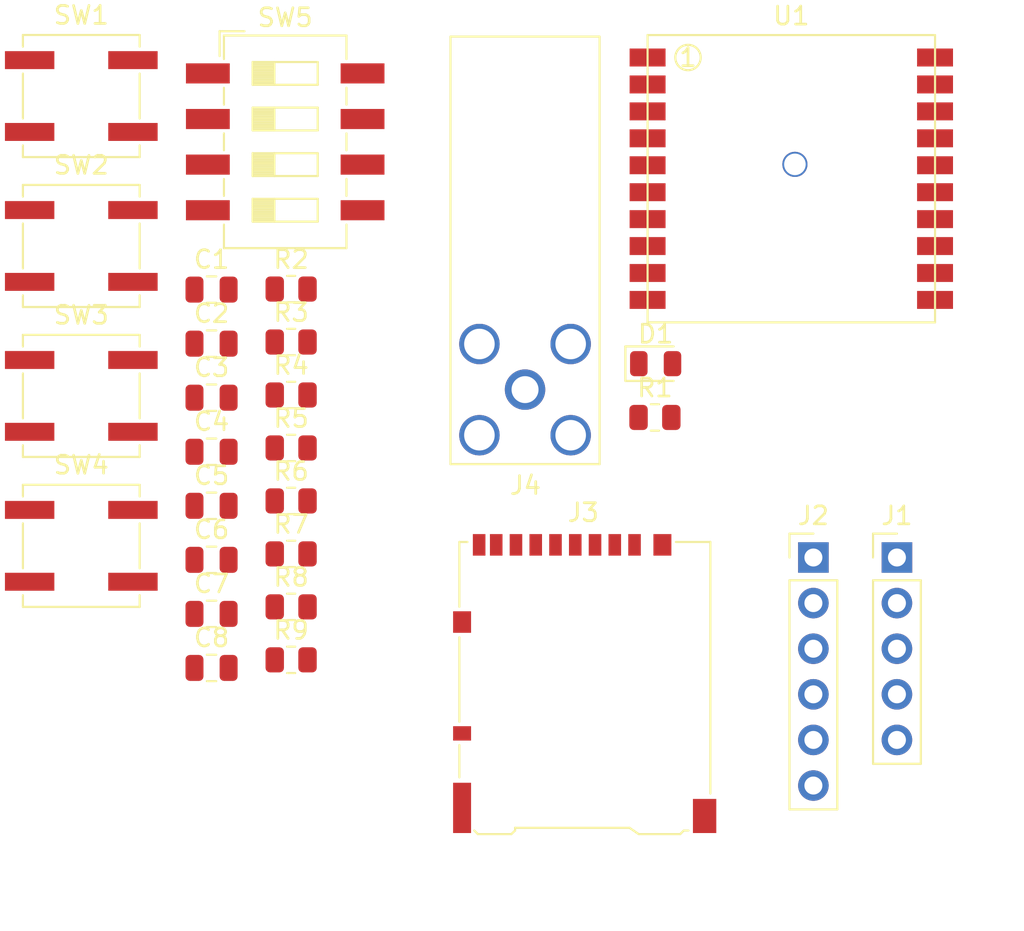
<source format=kicad_pcb>
(kicad_pcb (version 20221018) (generator pcbnew)
  (layers (0 "F.Cu" signal) (31 "B.Cu" signal) (34 "B.Paste" user) (35 "F.Paste" user) (36 "B.SilkS" user "B.Silkscreen") (37 "F.SilkS" user "F.Silkscreen") (38 "B.Mask" user) (39 "F.Mask" user) (44 "Edge.Cuts" user))
  (net 0 "")
  (net 1 "/PD15")
  (net 2 "GND")
  (net 3 "/PG2")
  (net 4 "/PG3")
  (net 5 "/PG4")
  (net 6 "/PG5")
  (net 7 "/PG6")
  (net 8 "/PG7")
  (net 9 "/PG8")
  (net 10 "Net-(D1-A)")
  (net 11 "/USART3_TX")
  (net 12 "/USART3_RX")
  (net 13 "/PD10")
  (net 14 "/PD11")
  (net 15 "/SPI5_CS")
  (net 16 "/SPI5_MOSI")
  (net 17 "/SPI5_CLK")
  (net 18 "/SPI5_MISO")
  (net 19 "/SD_DET")
  (net 21 "+3.3V")
  (net 24 "Net-(J4-In)")
  (net 25 "Net-(R2-Pad2)")
  (net 26 "Net-(R3-Pad2)")
  (net 27 "Net-(R4-Pad2)")
  (net 28 "Net-(R5-Pad2)")
  (net 29 "Net-(R6-Pad2)")
  (net 30 "Net-(R7-Pad2)")
  (net 31 "Net-(R8-Pad2)")
  (net 32 "Net-(R9-Pad2)")
  (net 34 "+BATT")
  (footprint "Capacitor_SMD:C_0805_2012Metric" (layer "F.Cu") (at 128.85 93.95)
    (fp_text reference "C4" (at 0 -1.68) (layer "F.SilkS"))
    (fp_text value ".1u")
    (fp_line (start -0.261252 -0.735) (end 0.261252 -0.735) (stroke (width 0.12)) (layer "F.SilkS"))
    (fp_line (start -0.261252 0.735) (end 0.261252 0.735) (stroke (width 0.12)) (layer "F.SilkS"))
    (pad "1" smd roundrect (at -0.95 0) (size 1 1.45) (layers "F.Cu" "F.Paste" "F.Mask") (net 5 "/PG4"))
    (pad "2" smd roundrect (at 0.95 0) (size 1 1.45) (layers "F.Cu" "F.Paste" "F.Mask") (net 2 "GND"))
  )
  (footprint "Capacitor_SMD:C_0805_2012Metric" (layer "F.Cu") (at 128.85 87.93)
    (fp_text reference "C2" (at 0 -1.68) (layer "F.SilkS"))
    (fp_text value ".1u")
    (fp_line (start -0.261252 -0.735) (end 0.261252 -0.735) (stroke (width 0.12)) (layer "F.SilkS"))
    (fp_line (start -0.261252 0.735) (end 0.261252 0.735) (stroke (width 0.12)) (layer "F.SilkS"))
    (pad "1" smd roundrect (at -0.95 0) (size 1 1.45) (layers "F.Cu" "F.Paste" "F.Mask") (net 3 "/PG2"))
    (pad "2" smd roundrect (at 0.95 0) (size 1 1.45) (layers "F.Cu" "F.Paste" "F.Mask") (net 2 "GND"))
  )
  (footprint "Connector_PinHeader_2.54mm:PinHeader_1x06_P2.54mm_Vertical" (layer "F.Cu") (at 162.35 99.84)
    (fp_text reference "J2" (at 0 -2.33) (layer "F.SilkS"))
    (fp_text value "SDCard_LogicAnalyzer")
    (fp_line (start -1.33 -1.33) (end 0 -1.33) (stroke (width 0.12)) (layer "F.SilkS"))
    (fp_line (start -1.33 0) (end -1.33 -1.33) (stroke (width 0.12)) (layer "F.SilkS"))
    (fp_line (start -1.33 1.27) (end -1.33 14.03) (stroke (width 0.12)) (layer "F.SilkS"))
    (fp_line (start -1.33 1.27) (end 1.33 1.27) (stroke (width 0.12)) (layer "F.SilkS"))
    (fp_line (start -1.33 14.03) (end 1.33 14.03) (stroke (width 0.12)) (layer "F.SilkS"))
    (fp_line (start 1.33 1.27) (end 1.33 14.03) (stroke (width 0.12)) (layer "F.SilkS"))
    (pad "1" thru_hole rect (at 0 0) (size 1.7 1.7) (drill 1) (layers "*.Cu" "*.Mask") (net 2 "GND"))
    (pad "2" thru_hole oval (at 0 2.54) (size 1.7 1.7) (drill 1) (layers "*.Cu" "*.Mask") (net 15 "/SPI5_CS"))
    (pad "3" thru_hole oval (at 0 5.08) (size 1.7 1.7) (drill 1) (layers "*.Cu" "*.Mask") (net 16 "/SPI5_MOSI"))
    (pad "4" thru_hole oval (at 0 7.62) (size 1.7 1.7) (drill 1) (layers "*.Cu" "*.Mask") (net 17 "/SPI5_CLK"))
    (pad "5" thru_hole oval (at 0 10.16) (size 1.7 1.7) (drill 1) (layers "*.Cu" "*.Mask") (net 18 "/SPI5_MISO"))
    (pad "6" thru_hole oval (at 0 12.7) (size 1.7 1.7) (drill 1) (layers "*.Cu" "*.Mask") (net 19 "/SD_DET"))
  )
  (footprint "Resistor_SMD:R_0805_2012Metric" (layer "F.Cu") (at 133.28 102.59)
    (fp_text reference "R8" (at 0 -1.65) (layer "F.SilkS"))
    (fp_text value "1k")
    (fp_line (start -0.227064 -0.735) (end 0.227064 -0.735) (stroke (width 0.12)) (layer "F.SilkS"))
    (fp_line (start -0.227064 0.735) (end 0.227064 0.735) (stroke (width 0.12)) (layer "F.SilkS"))
    (pad "1" smd roundrect (at -0.9125 0) (size 1.025 1.4) (layers "F.Cu" "F.Paste" "F.Mask") (roundrect_rratio 0.243902) (net 8 "/PG7"))
    (pad "2" smd roundrect (at 0.9125 0) (size 1.025 1.4) (layers "F.Cu" "F.Paste" "F.Mask") (roundrect_rratio 0.243902) (net 31 "Net-(R8-Pad2)"))
  )
  (footprint "Resistor_SMD:R_0805_2012Metric" (layer "F.Cu") (at 133.28 99.64)
    (fp_text reference "R7" (at 0 -1.65) (layer "F.SilkS"))
    (fp_text value "1k")
    (fp_line (start -0.227064 -0.735) (end 0.227064 -0.735) (stroke (width 0.12)) (layer "F.SilkS"))
    (fp_line (start -0.227064 0.735) (end 0.227064 0.735) (stroke (width 0.12)) (layer "F.SilkS"))
    (pad "1" smd roundrect (at -0.9125 0) (size 1.025 1.4) (layers "F.Cu" "F.Paste" "F.Mask") (roundrect_rratio 0.243902) (net 7 "/PG6"))
    (pad "2" smd roundrect (at 0.9125 0) (size 1.025 1.4) (layers "F.Cu" "F.Paste" "F.Mask") (roundrect_rratio 0.243902) (net 30 "Net-(R7-Pad2)"))
  )
  (footprint "Resistor_SMD:R_0805_2012Metric" (layer "F.Cu") (at 133.28 87.84)
    (fp_text reference "R3" (at 0 -1.65) (layer "F.SilkS"))
    (fp_text value "1k")
    (fp_line (start -0.227064 -0.735) (end 0.227064 -0.735) (stroke (width 0.12)) (layer "F.SilkS"))
    (fp_line (start -0.227064 0.735) (end 0.227064 0.735) (stroke (width 0.12)) (layer "F.SilkS"))
    (pad "1" smd roundrect (at -0.9125 0) (size 1.025 1.4) (layers "F.Cu" "F.Paste" "F.Mask") (roundrect_rratio 0.243902) (net 3 "/PG2"))
    (pad "2" smd roundrect (at 0.9125 0) (size 1.025 1.4) (layers "F.Cu" "F.Paste" "F.Mask") (roundrect_rratio 0.243902) (net 26 "Net-(R3-Pad2)"))
  )
  (footprint "UTSVT_Special:SW_SPST_B3SL-1002P" (layer "F.Cu") (at 121.6 82.49)
    (fp_text reference "SW2" (at 0 -4.5 180) (layer "F.SilkS"))
    (fp_text value "SW_Push" hide)
    (fp_line (start -3.25 -3.4) (end -3.25 -2.75) (stroke (width 0.12)) (layer "F.SilkS"))
    (fp_line (start -3.25 -1.25) (end -3.25 1.25) (stroke (width 0.12)) (layer "F.SilkS"))
    (fp_line (start -3.25 3.4) (end -3.25 2.75) (stroke (width 0.12)) (layer "F.SilkS"))
    (fp_line (start 3.25 -3.4) (end -3.25 -3.4) (stroke (width 0.12)) (layer "F.SilkS"))
    (fp_line (start 3.25 -2.75) (end 3.25 -3.4) (stroke (width 0.12)) (layer "F.SilkS"))
    (fp_line (start 3.25 -1.25) (end 3.25 1.25) (stroke (width 0.12)) (layer "F.SilkS"))
    (fp_line (start 3.25 2.75) (end 3.25 3.4) (stroke (width 0.12)) (layer "F.SilkS"))
    (fp_line (start 3.25 3.4) (end -3.25 3.4) (stroke (width 0.12)) (layer "F.SilkS"))
    (pad "1" smd rect (at -2.875 -2) (size 2.75 1) (layers "F.Cu" "F.Paste" "F.Mask") (net 2 "GND"))
    (pad "1" smd rect (at 2.875 -2) (size 2.75 1) (layers "F.Cu" "F.Paste" "F.Mask") (net 2 "GND"))
    (pad "2" smd rect (at -2.875 2) (size 2.75 1) (layers "F.Cu" "F.Paste" "F.Mask") (net 26 "Net-(R3-Pad2)"))
    (pad "2" smd rect (at 2.875 2) (size 2.75 1) (layers "F.Cu" "F.Paste" "F.Mask") (net 26 "Net-(R3-Pad2)"))
  )
  (footprint "Capacitor_SMD:C_0805_2012Metric" (layer "F.Cu") (at 128.85 84.92)
    (fp_text reference "C1" (at 0 -1.68) (layer "F.SilkS"))
    (fp_text value ".1u")
    (fp_line (start -0.261252 -0.735) (end 0.261252 -0.735) (stroke (width 0.12)) (layer "F.SilkS"))
    (fp_line (start -0.261252 0.735) (end 0.261252 0.735) (stroke (width 0.12)) (layer "F.SilkS"))
    (pad "1" smd roundrect (at -0.95 0) (size 1 1.45) (layers "F.Cu" "F.Paste" "F.Mask") (net 1 "/PD15"))
    (pad "2" smd roundrect (at 0.95 0) (size 1 1.45) (layers "F.Cu" "F.Paste" "F.Mask") (net 2 "GND"))
  )
  (footprint "UTSVT_Connectors:microSD_HC_Hirose_DM3AT-SF-PEJM5" (layer "F.Cu") (at 149.62 106.86)
    (fp_text reference "J3" (at -0.0762 -9.525) (layer "F.SilkS"))
    (fp_text value "Micro_SD_Card_Det")
    (fp_line (start -6.975 -7.885) (end -6.975 -4.275) (stroke (width 0.12)) (layer "F.SilkS"))
    (fp_line (start -6.975 -2.575) (end -6.975 2.125) (stroke (width 0.12)) (layer "F.SilkS"))
    (fp_line (start -6.975 3.425) (end -6.975 5.225) (stroke (width 0.12)) (layer "F.SilkS"))
    (fp_line (start -6.525 -7.885) (end -6.975 -7.885) (stroke (width 0.12)) (layer "F.SilkS"))
    (fp_line (start -5.945 8.385) (end -6.145 8.185) (stroke (width 0.12)) (layer "F.SilkS"))
    (fp_line (start -5.945 8.385) (end -4.085 8.385) (stroke (width 0.12)) (layer "F.SilkS"))
    (fp_line (start -4.085 8.385) (end -3.875 8.185) (stroke (width 0.12)) (layer "F.SilkS"))
    (fp_line (start -3.875 8.035) (end -3.875 8.185) (stroke (width 0.12)) (layer "F.SilkS"))
    (fp_line (start -3.875 8.035) (end 2.495 8.035) (stroke (width 0.12)) (layer "F.SilkS"))
    (fp_line (start 3.005 8.385) (end 2.495 8.035) (stroke (width 0.12)) (layer "F.SilkS"))
    (fp_line (start 5.075 -7.885) (end 6.995 -7.885) (stroke (width 0.12)) (layer "F.SilkS"))
    (fp_line (start 5.315 8.385) (end 3.005 8.385) (stroke (width 0.12)) (layer "F.SilkS"))
    (fp_line (start 5.315 8.385) (end 5.515 8.185) (stroke (width 0.12)) (layer "F.SilkS"))
    (fp_line (start 5.515 8.185) (end 5.775 8.185) (stroke (width 0.12)) (layer "F.SilkS"))
    (fp_line (start 6.995 -7.885) (end 6.995 6.125) (stroke (width 0.12)) (layer "F.SilkS"))
    (pad "1" smd rect (at 2.775 -7.725) (size 0.7 1.2) (layers "F.Cu" "F.Paste" "F.Mask"))
    (pad "2" smd rect (at 1.675 -7.725) (size 0.7 1.2) (layers "F.Cu" "F.Paste" "F.Mask") (net 15 "/SPI5_CS"))
    (pad "3" smd rect (at 0.575 -7.725) (size 0.7 1.2) (layers "F.Cu" "F.Paste" "F.Mask") (net 16 "/SPI5_MOSI"))
    (pad "4" smd rect (at -0.525 -7.725) (size 0.7 1.2) (layers "F.Cu" "F.Paste" "F.Mask") (net 21 "+3.3V"))
    (pad "5" smd rect (at -1.625 -7.725) (size 0.7 1.2) (layers "F.Cu" "F.Paste" "F.Mask") (net 17 "/SPI5_CLK"))
    (pad "6" smd rect (at -2.725 -7.725) (size 0.7 1.2) (layers "F.Cu" "F.Paste" "F.Mask") (net 2 "GND"))
    (pad "7" smd rect (at -3.825 -7.725) (size 0.7 1.2) (layers "F.Cu" "F.Paste" "F.Mask") (net 18 "/SPI5_MISO"))
    (pad "8" smd rect (at -4.925 -7.725) (size 0.7 1.2) (layers "F.Cu" "F.Paste" "F.Mask"))
    (pad "9" smd rect (at -5.875 -7.725) (size 0.7 1.2) (layers "F.Cu" "F.Paste" "F.Mask") (net 19 "/SD_DET"))
    (pad "10" smd rect (at -6.825 2.775) (size 1 0.8) (layers "F.Cu" "F.Paste" "F.Mask"))
    (pad "11" smd rect (at -6.825 -3.425) (size 1 1.2) (layers "F.Cu" "F.Paste" "F.Mask") (net 2 "GND"))
    (pad "11" smd rect (at -6.825 6.925) (size 1 2.8) (layers "F.Cu" "F.Paste" "F.Mask") (net 2 "GND"))
    (pad "11" smd rect (at 4.325 -7.725) (size 1 1.2) (layers "F.Cu" "F.Paste" "F.Mask") (net 2 "GND"))
    (pad "11" smd rect (at 6.675 7.375) (size 1.3 1.9) (layers "F.Cu" "F.Paste" "F.Mask") (net 2 "GND"))
  )
  (footprint "Resistor_SMD:R_0805_2012Metric" (layer "F.Cu") (at 133.28 93.74)
    (fp_text reference "R5" (at 0 -1.65) (layer "F.SilkS"))
    (fp_text value "1k")
    (fp_line (start -0.227064 -0.735) (end 0.227064 -0.735) (stroke (width 0.12)) (layer "F.SilkS"))
    (fp_line (start -0.227064 0.735) (end 0.227064 0.735) (stroke (width 0.12)) (layer "F.SilkS"))
    (pad "1" smd roundrect (at -0.9125 0) (size 1.025 1.4) (layers "F.Cu" "F.Paste" "F.Mask") (roundrect_rratio 0.243902) (net 5 "/PG4"))
    (pad "2" smd roundrect (at 0.9125 0) (size 1.025 1.4) (layers "F.Cu" "F.Paste" "F.Mask") (roundrect_rratio 0.243902) (net 28 "Net-(R5-Pad2)"))
  )
  (footprint "Resistor_SMD:R_0805_2012Metric" (layer "F.Cu") (at 133.28 90.79)
    (fp_text reference "R4" (at 0 -1.65) (layer "F.SilkS"))
    (fp_text value "1k")
    (fp_line (start -0.227064 -0.735) (end 0.227064 -0.735) (stroke (width 0.12)) (layer "F.SilkS"))
    (fp_line (start -0.227064 0.735) (end 0.227064 0.735) (stroke (width 0.12)) (layer "F.SilkS"))
    (pad "1" smd roundrect (at -0.9125 0) (size 1.025 1.4) (layers "F.Cu" "F.Paste" "F.Mask") (roundrect_rratio 0.243902) (net 4 "/PG3"))
    (pad "2" smd roundrect (at 0.9125 0) (size 1.025 1.4) (layers "F.Cu" "F.Paste" "F.Mask") (roundrect_rratio 0.243902) (net 27 "Net-(R4-Pad2)"))
  )
  (footprint "UTSVT_Connectors:SMA_Amphenol_132203-12_Horizontal" (layer "F.Cu") (at 146.3 90.49)
    (fp_text reference "J4" (at 0.0254 5.334 180) (layer "F.SilkS"))
    (fp_text value "SMAConn")
    (fp_line (start -4.15 -19.6596) (end -4.15 4.15) (stroke (width 0.12)) (layer "F.SilkS"))
    (fp_line (start -4.15 4.15) (end 4.15 4.15) (stroke (width 0.12)) (layer "F.SilkS"))
    (fp_line (start -4.1402 -19.6596) (end 4.1402 -19.6596) (stroke (width 0.12)) (layer "F.SilkS"))
    (fp_line (start 4.15 -19.6596) (end 4.15 4.15) (stroke (width 0.12)) (layer "F.SilkS"))
    (pad "1" thru_hole circle (at 0 0) (size 2.25 2.25) (drill 1.5) (layers "*.Cu" "*.Mask") (net 24 "Net-(J4-In)"))
    (pad "2" thru_hole circle (at -2.54 -2.54) (size 2.25 2.25) (drill 1.7) (layers "*.Cu" "*.Mask") (net 2 "GND"))
    (pad "2" thru_hole circle (at -2.54 2.54) (size 2.25 2.25) (drill 1.7) (layers "*.Cu" "*.Mask") (net 2 "GND"))
    (pad "2" thru_hole circle (at 2.54 -2.54) (size 2.25 2.25) (drill 1.7) (layers "*.Cu" "*.Mask") (net 2 "GND"))
    (pad "2" thru_hole circle (at 2.54 2.54 90) (size 2.25 2.25) (drill 1.7) (layers "*.Cu" "*.Mask") (net 2 "GND"))
  )
  (footprint "LED_SMD:LED_0805_2012Metric" (layer "F.Cu") (at 153.57 89.045)
    (fp_text reference "D1" (at 0 -1.65) (layer "F.SilkS"))
    (fp_text value "GPS_FIX")
    (fp_line (start -1.685 -0.96) (end -1.685 0.96) (stroke (width 0.12)) (layer "F.SilkS"))
    (fp_line (start -1.685 0.96) (end 1 0.96) (stroke (width 0.12)) (layer "F.SilkS"))
    (fp_line (start 1 -0.96) (end -1.685 -0.96) (stroke (width 0.12)) (layer "F.SilkS"))
    (pad "1" smd roundrect (at -0.9375 0) (size 0.975 1.4) (layers "F.Cu" "F.Paste" "F.Mask") (net 2 "GND"))
    (pad "2" smd roundrect (at 0.9375 0) (size 0.975 1.4) (layers "F.Cu" "F.Paste" "F.Mask") (net 10 "Net-(D1-A)"))
  )
  (footprint "Button_Switch_SMD:SW_DIP_SPSTx04_Slide_6.7x11.72mm_W8.61mm_P2.54mm_LowProfile" (layer "F.Cu") (at 132.95 76.69)
    (fp_text reference "SW5" (at 0 -6.92) (layer "F.SilkS"))
    (fp_text value "SW_DIP_x04")
    (fp_line (start -3.65 -6.16) (end -3.65 -4.777) (stroke (width 0.12)) (layer "F.SilkS"))
    (fp_line (start -3.65 -6.16) (end -2.267 -6.16) (stroke (width 0.12)) (layer "F.SilkS"))
    (fp_line (start -3.41 -5.92) (end -3.41 -4.61) (stroke (width 0.12)) (layer "F.SilkS"))
    (fp_line (start -3.41 -5.92) (end 3.41 -5.92) (stroke (width 0.12)) (layer "F.SilkS"))
    (fp_line (start -3.41 -3.01) (end -3.41 -2.07) (stroke (width 0.12)) (layer "F.SilkS"))
    (fp_line (start -3.41 -0.47) (end -3.41 0.47) (stroke (width 0.12)) (layer "F.SilkS"))
    (fp_line (start -3.41 2.07) (end -3.41 3.01) (stroke (width 0.12)) (layer "F.SilkS"))
    (fp_line (start -3.41 4.61) (end -3.41 5.92) (stroke (width 0.12)) (layer "F.SilkS"))
    (fp_line (start -3.41 5.92) (end 3.41 5.92) (stroke (width 0.12)) (layer "F.SilkS"))
    (fp_line (start -1.81 -4.445) (end -1.81 -3.175) (stroke (width 0.12)) (layer "F.SilkS"))
    (fp_line (start -1.81 -4.325) (end -0.603333 -4.325) (stroke (width 0.12)) (layer "F.SilkS"))
    (fp_line (start -1.81 -4.205) (end -0.603333 -4.205) (stroke (width 0.12)) (layer "F.SilkS"))
    (fp_line (start -1.81 -4.085) (end -0.603333 -4.085) (stroke (width 0.12)) (layer "F.SilkS"))
    (fp_line (start -1.81 -3.965) (end -0.603333 -3.965) (stroke (width 0.12)) (layer "F.SilkS"))
    (fp_line (start -1.81 -3.845) (end -0.603333 -3.845) (stroke (width 0.12)) (layer "F.SilkS"))
    (fp_line (start -1.81 -3.725) (end -0.603333 -3.725) (stroke (width 0.12)) (layer "F.SilkS"))
    (fp_line (start -1.81 -3.605) (end -0.603333 -3.605) (stroke (width 0.12)) (layer "F.SilkS"))
    (fp_line (start -1.81 -3.485) (end -0.603333 -3.485) (stroke (width 0.12)) (layer "F.SilkS"))
    (fp_line (start -1.81 -3.365) (end -0.603333 -3.365) (stroke (width 0.12)) (layer "F.SilkS"))
    (fp_line (start -1.81 -3.245) (end -0.603333 -3.245) (stroke (width 0.12)) (layer "F.SilkS"))
    (fp_line (start -1.81 -3.175) (end 1.81 -3.175) (stroke (width 0.12)) (layer "F.SilkS"))
    (fp_line (start -1.81 -1.905) (end -1.81 -0.635) (stroke (width 0.12)) (layer "F.SilkS"))
    (fp_line (start -1.81 -1.785) (end -0.603333 -1.785) (stroke (width 0.12)) (layer "F.SilkS"))
    (fp_line (start -1.81 -1.665) (end -0.603333 -1.665) (stroke (width 0.12)) (layer "F.SilkS"))
    (fp_line (start -1.81 -1.545) (end -0.603333 -1.545) (stroke (width 0.12)) (layer "F.SilkS"))
    (fp_line (start -1.81 -1.425) (end -0.603333 -1.425) (stroke (width 0.12)) (layer "F.SilkS"))
    (fp_line (start -1.81 -1.305) (end -0.603333 -1.305) (stroke (width 0.12)) (layer "F.SilkS"))
    (fp_line (start -1.81 -1.185) (end -0.603333 -1.185) (stroke (width 0.12)) (layer "F.SilkS"))
    (fp_line (start -1.81 -1.065) (end -0.603333 -1.065) (stroke (width 0.12)) (layer "F.SilkS"))
    (fp_line (start -1.81 -0.945) (end -0.603333 -0.945) (stroke (width 0.12)) (layer "F.SilkS"))
    (fp_line (start -1.81 -0.825) (end -0.603333 -0.825) (stroke (width 0.12)) (layer "F.SilkS"))
    (fp_line (start -1.81 -0.705) (end -0.603333 -0.705) (stroke (width 0.12)) (layer "F.SilkS"))
    (fp_line (start -1.81 -0.635) (end 1.81 -0.635) (stroke (width 0.12)) (layer "F.SilkS"))
    (fp_line (start -1.81 0.635) (end -1.81 1.905) (stroke (width 0.12)) (layer "F.SilkS"))
    (fp_line (start -1.81 0.755) (end -0.603333 0.755) (stroke (width 0.12)) (layer "F.SilkS"))
    (fp_line (start -1.81 0.875) (end -0.603333 0.875) (stroke (width 0.12)) (layer "F.SilkS"))
    (fp_line (start -1.81 0.995) (end -0.603333 0.995) (stroke (width 0.12)) (layer "F.SilkS"))
    (fp_line (start -1.81 1.115) (end -0.603333 1.115) (stroke (width 0.12)) (layer "F.SilkS"))
    (fp_line (start -1.81 1.235) (end -0.603333 1.235) (stroke (width 0.12)) (layer "F.SilkS"))
    (fp_line (start -1.81 1.355) (end -0.603333 1.355) (stroke (width 0.12)) (layer "F.SilkS"))
    (fp_line (start -1.81 1.475) (end -0.603333 1.475) (stroke (width 0.12)) (layer "F.SilkS"))
    (fp_line (start -1.81 1.595) (end -0.603333 1.595) (stroke (width 0.12)) (layer "F.SilkS"))
    (fp_line (start -1.81 1.715) (end -0.603333 1.715) (stroke (width 0.12)) (layer "F.SilkS"))
    (fp_line (start -1.81 1.835) (end -0.603333 1.835) (stroke (width 0.12)) (layer "F.SilkS"))
    (fp_line (start -1.81 1.905) (end 1.81 1.905) (stroke (width 0.12)) (layer "F.SilkS"))
    (fp_line (start -1.81 3.175) (end -1.81 4.445) (stroke (width 0.12)) (layer "F.SilkS"))
    (fp_line (start -1.81 3.295) (end -0.603333 3.295) (stroke (width 0.12)) (layer "F.SilkS"))
    (fp_line (start -1.81 3.415) (end -0.603333 3.415) (stroke (width 0.12)) (layer "F.SilkS"))
    (fp_line (start -1.81 3.535) (end -0.603333 3.535) (stroke (width 0.12)) (layer "F.SilkS"))
    (fp_line (start -1.81 3.655) (end -0.603333 3.655) (stroke (width 0.12)) (layer "F.SilkS"))
    (fp_line (start -1.81 3.775) (end -0.603333 3.775) (stroke (width 0.12)) (layer "F.SilkS"))
    (fp_line (start -1.81 3.895) (end -0.603333 3.895) (stroke (width 0.12)) (layer "F.SilkS"))
    (fp_line (start -1.81 4.015) (end -0.603333 4.015) (stroke (width 0.12)) (layer "F.SilkS"))
    (fp_line (start -1.81 4.135) (end -0.603333 4.135) (stroke (width 0.12)) (layer "F.SilkS"))
    (fp_line (start -1.81 4.255) (end -0.603333 4.255) (stroke (width 0.12)) (layer "F.SilkS"))
    (fp_line (start -1.81 4.375) (end -0.603333 4.375) (stroke (width 0.12)) (layer "F.SilkS"))
    (fp_line (start -1.81 4.445) (end 1.81 4.445) (stroke (width 0.12)) (layer "F.SilkS"))
    (fp_line (start -0.603333 -4.445) (end -0.603333 -3.175) (stroke (width 0.12)) (layer "F.SilkS"))
    (fp_line (start -0.603333 -1.905) (end -0.603333 -0.635) (stroke (width 0.12)) (layer "F.SilkS"))
    (fp_line (start -0.603333 0.635) (end -0.603333 1.905) (stroke (width 0.12)) (layer "F.SilkS"))
    (fp_line (start -0.603333 3.175) (end -0.603333 4.445) (stroke (width 0.12)) (layer "F.SilkS"))
    (fp_line (start 1.81 -4.445) (end -1.81 -4.445) (stroke (width 0.12)) (layer "F.SilkS"))
    (fp_line (start 1.81 -3.175) (end 1.81 -4.445) (stroke (width 0.12)) (layer "F.SilkS"))
    (fp_line (start 1.81 -1.905) (end -1.81 -1.905) (stroke (width 0.12)) (layer "F.SilkS"))
    (fp_line (start 1.81 -0.635) (end 1.81 -1.905) (stroke (width 0.12)) (layer "F.SilkS"))
    (fp_line (start 1.81 0.635) (end -1.81 0.635) (stroke (width 0.12)) (layer "F.SilkS"))
    (fp_line (start 1.81 1.905) (end 1.81 0.635) (stroke (width 0.12)) (layer "F.SilkS"))
    (fp_line (start 1.81 3.175) (end -1.81 3.175) (stroke (width 0.12)) (layer "F.SilkS"))
    (fp_line (start 1.81 4.445) (end 1.81 3.175) (stroke (width 0.12)) (layer "F.SilkS"))
    (fp_line (start 3.41 -5.92) (end 3.41 -4.61) (stroke (width 0.12)) (layer "F.SilkS"))
    (fp_line (start 3.41 -3.01) (end 3.41 -2.07) (stroke (width 0.12)) (layer "F.SilkS"))
    (fp_line (start 3.41 -0.47) (end 3.41 0.47) (stroke (width 0.12)) (layer "F.SilkS"))
    (fp_line (start 3.41 2.07) (end 3.41 3.01) (stroke (width 0.12)) (layer "F.SilkS"))
    (fp_line (start 3.41 4.61) (end 3.41 5.92) (stroke (width 0.12)) (layer "F.SilkS"))
    (pad "1" smd rect (at -4.305 -3.81) (size 2.44 1.12) (layers "F.Cu" "F.Paste" "F.Mask") (net 32 "Net-(R9-Pad2)"))
    (pad "2" smd rect (at -4.305 -1.27) (size 2.44 1.12) (layers "F.Cu" "F.Paste" "F.Mask") (net 31 "Net-(R8-Pad2)"))
    (pad "3" smd rect (at -4.305 1.27) (size 2.44 1.12) (layers "F.Cu" "F.Paste" "F.Mask") (net 30 "Net-(R7-Pad2)"))
    (pad "4" smd rect (at -4.305 3.81) (size 2.44 1.12) (layers "F.Cu" "F.Paste" "F.Mask") (net 29 "Net-(R6-Pad2)"))
    (pad "5" smd rect (at 4.305 3.81) (size 2.44 1.12) (layers "F.Cu" "F.Paste" "F.Mask") (net 2 "GND"))
    (pad "6" smd rect (at 4.305 1.27) (size 2.44 1.12) (layers "F.Cu" "F.Paste" "F.Mask") (net 2 "GND"))
    (pad "7" smd rect (at 4.305 -1.27) (size 2.44 1.12) (layers "F.Cu" "F.Paste" "F.Mask") (net 2 "GND"))
    (pad "8" smd rect (at 4.305 -3.81) (size 2.44 1.12) (layers "F.Cu" "F.Paste" "F.Mask") (net 2 "GND"))
  )
  (footprint "Capacitor_SMD:C_0805_2012Metric" (layer "F.Cu") (at 128.85 102.98)
    (fp_text reference "C7" (at 0 -1.68) (layer "F.SilkS"))
    (fp_text value ".1u")
    (fp_line (start -0.261252 -0.735) (end 0.261252 -0.735) (stroke (width 0.12)) (layer "F.SilkS"))
    (fp_line (start -0.261252 0.735) (end 0.261252 0.735) (stroke (width 0.12)) (layer "F.SilkS"))
    (pad "1" smd roundrect (at -0.95 0) (size 1 1.45) (layers "F.Cu" "F.Paste" "F.Mask") (net 8 "/PG7"))
    (pad "2" smd roundrect (at 0.95 0) (size 1 1.45) (layers "F.Cu" "F.Paste" "F.Mask") (net 2 "GND"))
  )
  (footprint "Capacitor_SMD:C_0805_2012Metric" (layer "F.Cu") (at 128.85 99.97)
    (fp_text reference "C6" (at 0 -1.68) (layer "F.SilkS"))
    (fp_text value ".1u")
    (fp_line (start -0.261252 -0.735) (end 0.261252 -0.735) (stroke (width 0.12)) (layer "F.SilkS"))
    (fp_line (start -0.261252 0.735) (end 0.261252 0.735) (stroke (width 0.12)) (layer "F.SilkS"))
    (pad "1" smd roundrect (at -0.95 0) (size 1 1.45) (layers "F.Cu" "F.Paste" "F.Mask") (net 7 "/PG6"))
    (pad "2" smd roundrect (at 0.95 0) (size 1 1.45) (layers "F.Cu" "F.Paste" "F.Mask") (net 2 "GND"))
  )
  (footprint "Capacitor_SMD:C_0805_2012Metric" (layer "F.Cu") (at 128.85 90.94)
    (fp_text reference "C3" (at 0 -1.68) (layer "F.SilkS"))
    (fp_text value ".1u")
    (fp_line (start -0.261252 -0.735) (end 0.261252 -0.735) (stroke (width 0.12)) (layer "F.SilkS"))
    (fp_line (start -0.261252 0.735) (end 0.261252 0.735) (stroke (width 0.12)) (layer "F.SilkS"))
    (pad "1" smd roundrect (at -0.95 0) (size 1 1.45) (layers "F.Cu" "F.Paste" "F.Mask") (net 4 "/PG3"))
    (pad "2" smd roundrect (at 0.95 0) (size 1 1.45) (layers "F.Cu" "F.Paste" "F.Mask") (net 2 "GND"))
  )
  (footprint "Connector_PinHeader_2.54mm:PinHeader_1x05_P2.54mm_Vertical" (layer "F.Cu") (at 167 99.84)
    (fp_text reference "J1" (at 0 -2.33) (layer "F.SilkS"))
    (fp_text value "GPS_LogicAnalyzer")
    (fp_line (start -1.33 -1.33) (end 0 -1.33) (stroke (width 0.12)) (layer "F.SilkS"))
    (fp_line (start -1.33 0) (end -1.33 -1.33) (stroke (width 0.12)) (layer "F.SilkS"))
    (fp_line (start -1.33 1.27) (end -1.33 11.49) (stroke (width 0.12)) (layer "F.SilkS"))
    (fp_line (start -1.33 1.27) (end 1.33 1.27) (stroke (width 0.12)) (layer "F.SilkS"))
    (fp_line (start -1.33 11.49) (end 1.33 11.49) (stroke (width 0.12)) (layer "F.SilkS"))
    (fp_line (start 1.33 1.27) (end 1.33 11.49) (stroke (width 0.12)) (layer "F.SilkS"))
    (pad "1" thru_hole rect (at 0 0) (size 1.7 1.7) (drill 1) (layers "*.Cu" "*.Mask") (net 2 "GND"))
    (pad "2" thru_hole oval (at 0 2.54) (size 1.7 1.7) (drill 1) (layers "*.Cu" "*.Mask") (net 11 "/USART3_TX"))
    (pad "3" thru_hole oval (at 0 5.08) (size 1.7 1.7) (drill 1) (layers "*.Cu" "*.Mask") (net 12 "/USART3_RX"))
    (pad "4" thru_hole oval (at 0 7.62) (size 1.7 1.7) (drill 1) (layers "*.Cu" "*.Mask") (net 13 "/PD10"))
    (pad "5" thru_hole oval (at 0 10.16) (size 1.7 1.7) (drill 1) (layers "*.Cu" "*.Mask") (net 14 "/PD11"))
  )
  (footprint "Resistor_SMD:R_0805_2012Metric" (layer "F.Cu") (at 133.28 84.89)
    (fp_text reference "R2" (at 0 -1.65) (layer "F.SilkS"))
    (fp_text value "1k")
    (fp_line (start -0.227064 -0.735) (end 0.227064 -0.735) (stroke (width 0.12)) (layer "F.SilkS"))
    (fp_line (start -0.227064 0.735) (end 0.227064 0.735) (stroke (width 0.12)) (layer "F.SilkS"))
    (pad "1" smd roundrect (at -0.9125 0) (size 1.025 1.4) (layers "F.Cu" "F.Paste" "F.Mask") (roundrect_rratio 0.243902) (net 1 "/PD15"))
    (pad "2" smd roundrect (at 0.9125 0) (size 1.025 1.4) (layers "F.Cu" "F.Paste" "F.Mask") (roundrect_rratio 0.243902) (net 25 "Net-(R2-Pad2)"))
  )
  (footprint "UTSVT_Special:FGPMMOPA6H" (layer "F.Cu") (at 161.121 78.745)
    (fp_text reference "U1" (at 0 -9.0678) (layer "F.SilkS"))
    (fp_text value "MTK3339")
    (fp_text user "1" (at -5.75 -6.75) (layer "F.SilkS"))
    (fp_line (start -8 -8) (end -8 8) (stroke (width 0.12)) (layer "F.SilkS"))
    (fp_line (start -8 8) (end 8 8) (stroke (width 0.12)) (layer "F.SilkS"))
    (fp_line (start 8 -8) (end -8 -8) (stroke (width 0.12)) (layer "F.SilkS"))
    (fp_line (start 8 8) (end 8 -8) (stroke (width 0.12)) (layer "F.SilkS"))
    (fp_circle (center -5.75 -6.75) (end -5.25 -7.25) (stroke (width 0.12)) (fill none) (layer "F.SilkS"))
    (pad "" thru_hole circle (at 0.2 -0.8) (size 1.4 1.4) (drill 1.2) (layers "*.Cu" "*.Mask"))
    (pad "1" smd rect (at -8 -6.75) (size 2 1) (layers "F.Cu" "F.Paste" "F.Mask") (net 21 "+3.3V"))
    (pad "2" smd rect (at -8 -5.25) (size 2 1) (layers "F.Cu" "F.Paste" "F.Mask"))
    (pad "3" smd rect (at -8 -3.75) (size 2 1) (layers "F.Cu" "F.Paste" "F.Mask") (net 2 "GND"))
    (pad "4" smd rect (at -8 -2.25) (size 2 1) (layers "F.Cu" "F.Paste" "F.Mask") (net 34 "+BATT"))
    (pad "5" smd rect (at -8 -0.75) (size 2 1) (layers "F.Cu" "F.Paste" "F.Mask") (net 13 "/PD10"))
    (pad "6" smd rect (at -8 0.75) (size 2 1) (layers "F.Cu" "F.Paste" "F.Mask"))
    (pad "7" smd rect (at -8 2.25) (size 2 1) (layers "F.Cu" "F.Paste" "F.Mask"))
    (pad "8" smd rect (at -8 3.75) (size 2 1) (layers "F.Cu" "F.Paste" "F.Mask") (net 2 "GND"))
    (pad "9" smd rect (at -8 5.25) (size 2 1) (layers "F.Cu" "F.Paste" "F.Mask") (net 12 "/USART3_RX"))
    (pad "10" smd rect (at -8 6.75) (size 2 1) (layers "F.Cu" "F.Paste" "F.Mask") (net 11 "/USART3_TX"))
    (pad "11" smd rect (at 8 6.75) (size 2 1) (layers "F.Cu" "F.Paste" "F.Mask") (net 24 "Net-(J4-In)"))
    (pad "12" smd rect (at 8 5.25) (size 2 1) (layers "F.Cu" "F.Paste" "F.Mask") (net 2 "GND"))
    (pad "13" smd rect (at 8 3.75) (size 2 1) (layers "F.Cu" "F.Paste" "F.Mask") (net 14 "/PD11"))
    (pad "14" smd rect (at 8 2.25) (size 2 1) (layers "F.Cu" "F.Paste" "F.Mask"))
    (pad "15" smd rect (at 8 0.75) (size 2 1) (layers "F.Cu" "F.Paste" "F.Mask"))
    (pad "16" smd rect (at 8 -0.75) (size 2 1) (layers "F.Cu" "F.Paste" "F.Mask"))
    (pad "17" smd rect (at 8 -2.25) (size 2 1) (layers "F.Cu" "F.Paste" "F.Mask"))
    (pad "18" smd rect (at 8 -3.75) (size 2 1) (layers "F.Cu" "F.Paste" "F.Mask"))
    (pad "19" smd rect (at 8 -5.25) (size 2 1) (layers "F.Cu" "F.Paste" "F.Mask") (net 2 "GND"))
    (pad "20" smd rect (at 8 -6.75) (size 2 1) (layers "F.Cu" "F.Paste" "F.Mask"))
  )
  (footprint "Capacitor_SMD:C_0805_2012Metric" (layer "F.Cu") (at 128.85 105.99)
    (fp_text reference "C8" (at 0 -1.68) (layer "F.SilkS"))
    (fp_text value ".1u")
    (fp_line (start -0.261252 -0.735) (end 0.261252 -0.735) (stroke (width 0.12)) (layer "F.SilkS"))
    (fp_line (start -0.261252 0.735) (end 0.261252 0.735) (stroke (width 0.12)) (layer "F.SilkS"))
    (pad "1" smd roundrect (at -0.95 0) (size 1 1.45) (layers "F.Cu" "F.Paste" "F.Mask") (net 9 "/PG8"))
    (pad "2" smd roundrect (at 0.95 0) (size 1 1.45) (layers "F.Cu" "F.Paste" "F.Mask") (net 2 "GND"))
  )
  (footprint "Resistor_SMD:R_0805_2012Metric" (layer "F.Cu") (at 133.28 105.54)
    (fp_text reference "R9" (at 0 -1.65) (layer "F.SilkS"))
    (fp_text value "1k")
    (fp_line (start -0.227064 -0.735) (end 0.227064 -0.735) (stroke (width 0.12)) (layer "F.SilkS"))
    (fp_line (start -0.227064 0.735) (end 0.227064 0.735) (stroke (width 0.12)) (layer "F.SilkS"))
    (pad "1" smd roundrect (at -0.9125 0) (size 1.025 1.4) (layers "F.Cu" "F.Paste" "F.Mask") (roundrect_rratio 0.243902) (net 9 "/PG8"))
    (pad "2" smd roundrect (at 0.9125 0) (size 1.025 1.4) (layers "F.Cu" "F.Paste" "F.Mask") (roundrect_rratio 0.243902) (net 32 "Net-(R9-Pad2)"))
  )
  (footprint "UTSVT_Special:SW_SPST_B3SL-1002P" (layer "F.Cu") (at 121.6 74.14)
    (fp_text reference "SW1" (at 0 -4.5 180) (layer "F.SilkS"))
    (fp_text value "SW_Push" hide)
    (fp_line (start -3.25 -3.4) (end -3.25 -2.75) (stroke (width 0.12)) (layer "F.SilkS"))
    (fp_line (start -3.25 -1.25) (end -3.25 1.25) (stroke (width 0.12)) (layer "F.SilkS"))
    (fp_line (start -3.25 3.4) (end -3.25 2.75) (stroke (width 0.12)) (layer "F.SilkS"))
    (fp_line (start 3.25 -3.4) (end -3.25 -3.4) (stroke (width 0.12)) (layer "F.SilkS"))
    (fp_line (start 3.25 -2.75) (end 3.25 -3.4) (stroke (width 0.12)) (layer "F.SilkS"))
    (fp_line (start 3.25 -1.25) (end 3.25 1.25) (stroke (width 0.12)) (layer "F.SilkS"))
    (fp_line (start 3.25 2.75) (end 3.25 3.4) (stroke (width 0.12)) (layer "F.SilkS"))
    (fp_line (start 3.25 3.4) (end -3.25 3.4) (stroke (width 0.12)) (layer "F.SilkS"))
    (pad "1" smd rect (at -2.875 -2) (size 2.75 1) (layers "F.Cu" "F.Paste" "F.Mask") (net 2 "GND"))
    (pad "1" smd rect (at 2.875 -2) (size 2.75 1) (layers "F.Cu" "F.Paste" "F.Mask") (net 2 "GND"))
    (pad "2" smd rect (at -2.875 2) (size 2.75 1) (layers "F.Cu" "F.Paste" "F.Mask") (net 25 "Net-(R2-Pad2)"))
    (pad "2" smd rect (at 2.875 2) (size 2.75 1) (layers "F.Cu" "F.Paste" "F.Mask") (net 25 "Net-(R2-Pad2)"))
  )
  (footprint "Resistor_SMD:R_0805_2012Metric" (layer "F.Cu") (at 153.53 92.04)
    (fp_text reference "R1" (at 0 -1.65) (layer "F.SilkS"))
    (fp_text value "750")
    (fp_line (start -0.227064 -0.735) (end 0.227064 -0.735) (stroke (width 0.12)) (layer "F.SilkS"))
    (fp_line (start -0.227064 0.735) (end 0.227064 0.735) (stroke (width 0.12)) (layer "F.SilkS"))
    (pad "1" smd roundrect (at -0.9125 0) (size 1.025 1.4) (layers "F.Cu" "F.Paste" "F.Mask") (roundrect_rratio 0.243902) (net 13 "/PD10"))
    (pad "2" smd roundrect (at 0.9125 0) (size 1.025 1.4) (layers "F.Cu" "F.Paste" "F.Mask") (roundrect_rratio 0.243902) (net 10 "Net-(D1-A)"))
  )
  (footprint "Resistor_SMD:R_0805_2012Metric" (layer "F.Cu") (at 133.28 96.69)
    (fp_text reference "R6" (at 0 -1.65) (layer "F.SilkS"))
    (fp_text value "1k")
    (fp_line (start -0.227064 -0.735) (end 0.227064 -0.735) (stroke (width 0.12)) (layer "F.SilkS"))
    (fp_line (start -0.227064 0.735) (end 0.227064 0.735) (stroke (width 0.12)) (layer "F.SilkS"))
    (pad "1" smd roundrect (at -0.9125 0) (size 1.025 1.4) (layers "F.Cu" "F.Paste" "F.Mask") (roundrect_rratio 0.243902) (net 6 "/PG5"))
    (pad "2" smd roundrect (at 0.9125 0) (size 1.025 1.4) (layers "F.Cu" "F.Paste" "F.Mask") (roundrect_rratio 0.243902) (net 29 "Net-(R6-Pad2)"))
  )
  (footprint "UTSVT_Special:SW_SPST_B3SL-1002P" (layer "F.Cu") (at 121.6 99.19)
    (fp_text reference "SW4" (at 0 -4.5 180) (layer "F.SilkS"))
    (fp_text value "SW_Push" hide)
    (fp_line (start -3.25 -3.4) (end -3.25 -2.75) (stroke (width 0.12)) (layer "F.SilkS"))
    (fp_line (start -3.25 -1.25) (end -3.25 1.25) (stroke (width 0.12)) (layer "F.SilkS"))
    (fp_line (start -3.25 3.4) (end -3.25 2.75) (stroke (width 0.12)) (layer "F.SilkS"))
    (fp_line (start 3.25 -3.4) (end -3.25 -3.4) (stroke (width 0.12)) (layer "F.SilkS"))
    (fp_line (start 3.25 -2.75) (end 3.25 -3.4) (stroke (width 0.12)) (layer "F.SilkS"))
    (fp_line (start 3.25 -1.25) (end 3.25 1.25) (stroke (width 0.12)) (layer "F.SilkS"))
    (fp_line (start 3.25 2.75) (end 3.25 3.4) (stroke (width 0.12)) (layer "F.SilkS"))
    (fp_line (start 3.25 3.4) (end -3.25 3.4) (stroke (width 0.12)) (layer "F.SilkS"))
    (pad "1" smd rect (at -2.875 -2) (size 2.75 1) (layers "F.Cu" "F.Paste" "F.Mask") (net 2 "GND"))
    (pad "1" smd rect (at 2.875 -2) (size 2.75 1) (layers "F.Cu" "F.Paste" "F.Mask") (net 2 "GND"))
    (pad "2" smd rect (at -2.875 2) (size 2.75 1) (layers "F.Cu" "F.Paste" "F.Mask") (net 28 "Net-(R5-Pad2)"))
    (pad "2" smd rect (at 2.875 2) (size 2.75 1) (layers "F.Cu" "F.Paste" "F.Mask") (net 28 "Net-(R5-Pad2)"))
  )
  (footprint "UTSVT_Special:SW_SPST_B3SL-1002P" (layer "F.Cu") (at 121.6 90.84)
    (fp_text reference "SW3" (at 0 -4.5 180) (layer "F.SilkS"))
    (fp_text value "SW_Push" hide)
    (fp_line (start -3.25 -3.4) (end -3.25 -2.75) (stroke (width 0.12)) (layer "F.SilkS"))
    (fp_line (start -3.25 -1.25) (end -3.25 1.25) (stroke (width 0.12)) (layer "F.SilkS"))
    (fp_line (start -3.25 3.4) (end -3.25 2.75) (stroke (width 0.12)) (layer "F.SilkS"))
    (fp_line (start 3.25 -3.4) (end -3.25 -3.4) (stroke (width 0.12)) (layer "F.SilkS"))
    (fp_line (start 3.25 -2.75) (end 3.25 -3.4) (stroke (width 0.12)) (layer "F.SilkS"))
    (fp_line (start 3.25 -1.25) (end 3.25 1.25) (stroke (width 0.12)) (layer "F.SilkS"))
    (fp_line (start 3.25 2.75) (end 3.25 3.4) (stroke (width 0.12)) (layer "F.SilkS"))
    (fp_line (start 3.25 3.4) (end -3.25 3.4) (stroke (width 0.12)) (layer "F.SilkS"))
    (pad "1" smd rect (at -2.875 -2) (size 2.75 1) (layers "F.Cu" "F.Paste" "F.Mask") (net 2 "GND"))
    (pad "1" smd rect (at 2.875 -2) (size 2.75 1) (layers "F.Cu" "F.Paste" "F.Mask") (net 2 "GND"))
    (pad "2" smd rect (at -2.875 2) (size 2.75 1) (layers "F.Cu" "F.Paste" "F.Mask") (net 27 "Net-(R4-Pad2)"))
    (pad "2" smd rect (at 2.875 2) (size 2.75 1) (layers "F.Cu" "F.Paste" "F.Mask") (net 27 "Net-(R4-Pad2)"))
  )
  (footprint "Capacitor_SMD:C_0805_2012Metric" (layer "F.Cu") (at 128.85 96.96)
    (fp_text reference "C5" (at 0 -1.68) (layer "F.SilkS"))
    (fp_text value ".1u")
    (fp_line (start -0.261252 -0.735) (end 0.261252 -0.735) (stroke (width 0.12)) (layer "F.SilkS"))
    (fp_line (start -0.261252 0.735) (end 0.261252 0.735) (stroke (width 0.12)) (layer "F.SilkS"))
    (pad "1" smd roundrect (at -0.95 0) (size 1 1.45) (layers "F.Cu" "F.Paste" "F.Mask") (net 6 "/PG5"))
    (pad "2" smd roundrect (at 0.95 0) (size 1 1.45) (layers "F.Cu" "F.Paste" "F.Mask") (net 2 "GND"))
  )
)
</source>
